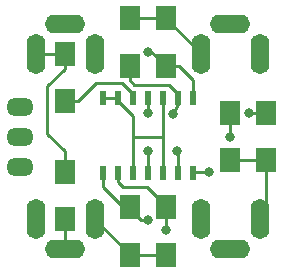
<source format=gbr>
G04 #@! TF.GenerationSoftware,KiCad,Pcbnew,6.0.2+dfsg-1*
G04 #@! TF.CreationDate,2022-10-11T22:50:58+02:00*
G04 #@! TF.ProjectId,buffered_multiple,62756666-6572-4656-945f-6d756c746970,rev?*
G04 #@! TF.SameCoordinates,Original*
G04 #@! TF.FileFunction,Copper,L2,Bot*
G04 #@! TF.FilePolarity,Positive*
%FSLAX46Y46*%
G04 Gerber Fmt 4.6, Leading zero omitted, Abs format (unit mm)*
G04 Created by KiCad (PCBNEW 6.0.2+dfsg-1) date 2022-10-11 22:50:58*
%MOMM*%
%LPD*%
G01*
G04 APERTURE LIST*
G04 #@! TA.AperFunction,ComponentPad*
%ADD10O,2.300000X1.524000*%
G04 #@! TD*
G04 #@! TA.AperFunction,ComponentPad*
%ADD11O,1.600000X3.400000*%
G04 #@! TD*
G04 #@! TA.AperFunction,ComponentPad*
%ADD12O,3.400000X1.600000*%
G04 #@! TD*
G04 #@! TA.AperFunction,SMDPad,CuDef*
%ADD13R,0.508000X1.143000*%
G04 #@! TD*
G04 #@! TA.AperFunction,SMDPad,CuDef*
%ADD14R,1.700000X2.000000*%
G04 #@! TD*
G04 #@! TA.AperFunction,ViaPad*
%ADD15C,0.800000*%
G04 #@! TD*
G04 #@! TA.AperFunction,Conductor*
%ADD16C,0.250000*%
G04 #@! TD*
G04 APERTURE END LIST*
D10*
X191705000Y-115040000D03*
X191705000Y-112500000D03*
X191705000Y-109960000D03*
D11*
X198000000Y-105500000D03*
D12*
X195500000Y-103000000D03*
D11*
X193000000Y-105500000D03*
X212000000Y-105500000D03*
D12*
X209500000Y-103000000D03*
D11*
X207000000Y-105500000D03*
X207000000Y-119500000D03*
D12*
X209500000Y-122000000D03*
D11*
X212000000Y-119500000D03*
X193000000Y-119500000D03*
D12*
X195500000Y-122000000D03*
D11*
X198000000Y-119500000D03*
D13*
X198690000Y-109198000D03*
X199960000Y-109198000D03*
X201230000Y-109198000D03*
X202500000Y-109198000D03*
X203770000Y-109198000D03*
X205040000Y-109198000D03*
X206310000Y-109198000D03*
X206310000Y-115548000D03*
X205040000Y-115548000D03*
X203770000Y-115548000D03*
X202500000Y-115548000D03*
X201230000Y-115548000D03*
X199960000Y-115548000D03*
X198690000Y-115548000D03*
D14*
X204000000Y-106500000D03*
X204000000Y-102500000D03*
X201000000Y-102500000D03*
X201000000Y-106500000D03*
X212500000Y-110500000D03*
X212500000Y-114500000D03*
X209500000Y-114500000D03*
X209500000Y-110500000D03*
X204000000Y-122500000D03*
X204000000Y-118500000D03*
X201000000Y-118500000D03*
X201000000Y-122500000D03*
X195500000Y-115500000D03*
X195500000Y-119500000D03*
X195500000Y-109500000D03*
X195500000Y-105500000D03*
D15*
X202500000Y-105300000D03*
X204600000Y-110600000D03*
X205000000Y-113750000D03*
X209500000Y-112500000D03*
X211100000Y-110500000D03*
X207700000Y-115500000D03*
X204000000Y-120400000D03*
X202500000Y-119600000D03*
X202500000Y-110500000D03*
X202500000Y-113750000D03*
D16*
X206310000Y-107710000D02*
X206310000Y-109198000D01*
X205100000Y-106500000D02*
X206310000Y-107710000D01*
X202800000Y-105300000D02*
X204000000Y-106500000D01*
X204000000Y-106500000D02*
X205100000Y-106500000D01*
X202500000Y-105300000D02*
X202800000Y-105300000D01*
X201000000Y-107750000D02*
X201350000Y-108100000D01*
X205040000Y-109760000D02*
X205040000Y-109198000D01*
X204600000Y-110600000D02*
X205040000Y-109760000D01*
X201000000Y-106500000D02*
X201000000Y-107750000D01*
X204259500Y-108100000D02*
X205040000Y-108880500D01*
X201350000Y-108100000D02*
X204259500Y-108100000D01*
X205040000Y-108880500D02*
X205040000Y-109198000D01*
X205040000Y-113790000D02*
X205000000Y-113750000D01*
X205040000Y-115548000D02*
X205040000Y-113790000D01*
X209500000Y-110500000D02*
X209500000Y-112500000D01*
X211400000Y-110500000D02*
X211100000Y-110500000D01*
X206358000Y-115500000D02*
X206310000Y-115548000D01*
X207700000Y-115500000D02*
X206358000Y-115500000D01*
X212500000Y-110500000D02*
X211400000Y-110500000D01*
X200390500Y-116800000D02*
X202450000Y-116800000D01*
X204000000Y-118350000D02*
X204000000Y-118500000D01*
X204000000Y-118500000D02*
X204000000Y-120400000D01*
X202450000Y-116800000D02*
X204000000Y-118350000D01*
X199960000Y-115548000D02*
X199960000Y-116369500D01*
X199960000Y-116369500D02*
X200390500Y-116800000D01*
X198690000Y-115548000D02*
X198690000Y-116790000D01*
X201950000Y-119600000D02*
X202500000Y-119600000D01*
X201000000Y-118650000D02*
X201950000Y-119600000D01*
X198690000Y-116790000D02*
X200400000Y-118500000D01*
X201000000Y-118500000D02*
X201000000Y-118650000D01*
X200400000Y-118500000D02*
X201000000Y-118500000D01*
X195500000Y-119000000D02*
X195500000Y-122000000D01*
X202500000Y-110500000D02*
X202500000Y-109198000D01*
X202500000Y-113750000D02*
X202500000Y-115548000D01*
X198690000Y-109198000D02*
X199960000Y-109198000D01*
X201230000Y-112500000D02*
X201230000Y-115548000D01*
X203770000Y-109198000D02*
X203770000Y-112500000D01*
X199960000Y-109515500D02*
X201230000Y-110785500D01*
X201230000Y-112500000D02*
X203770000Y-112500000D01*
X199960000Y-109198000D02*
X199960000Y-109515500D01*
X203770000Y-115548000D02*
X203770000Y-112500000D01*
X201230000Y-110785500D02*
X201230000Y-112500000D01*
X195500000Y-113750000D02*
X195500000Y-115000000D01*
X194000000Y-108250000D02*
X194000000Y-112250000D01*
X195500000Y-106750000D02*
X194000000Y-108250000D01*
X193000000Y-105500000D02*
X195500000Y-105500000D01*
X195500000Y-105500000D02*
X195500000Y-106750000D01*
X194000000Y-112250000D02*
X195500000Y-113750000D01*
X195500000Y-109500000D02*
X196600000Y-109500000D01*
X200349500Y-108000000D02*
X201230000Y-108880500D01*
X198100000Y-108000000D02*
X200349500Y-108000000D01*
X196600000Y-109500000D02*
X198100000Y-108000000D01*
X201230000Y-108880500D02*
X201230000Y-109198000D01*
X201000000Y-102500000D02*
X204000000Y-102500000D01*
X204000000Y-102500000D02*
X207000000Y-105500000D01*
X212500000Y-119000000D02*
X212000000Y-119500000D01*
X212500000Y-114500000D02*
X212500000Y-119000000D01*
X209500000Y-114500000D02*
X212500000Y-114500000D01*
X201000000Y-122500000D02*
X204000000Y-122500000D01*
X201000000Y-122500000D02*
X198000000Y-119500000D01*
M02*

</source>
